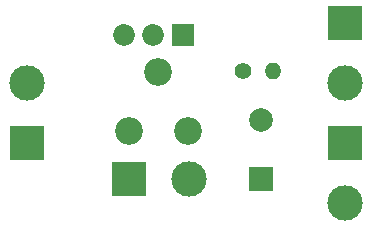
<source format=gbr>
G04 #@! TF.GenerationSoftware,KiCad,Pcbnew,(5.1.2)-2*
G04 #@! TF.CreationDate,2019-08-28T16:57:34+07:00*
G04 #@! TF.ProjectId,regulator_clock,72656775-6c61-4746-9f72-5f636c6f636b,rev?*
G04 #@! TF.SameCoordinates,Original*
G04 #@! TF.FileFunction,Copper,L1,Top*
G04 #@! TF.FilePolarity,Positive*
%FSLAX46Y46*%
G04 Gerber Fmt 4.6, Leading zero omitted, Abs format (unit mm)*
G04 Created by KiCad (PCBNEW (5.1.2)-2) date 2019-08-28 16:57:34*
%MOMM*%
%LPD*%
G04 APERTURE LIST*
%ADD10C,1.850000*%
%ADD11R,1.850000X1.850000*%
%ADD12R,3.000000X3.000000*%
%ADD13C,3.000000*%
%ADD14C,2.000000*%
%ADD15R,2.000000X2.000000*%
%ADD16O,1.400000X1.400000*%
%ADD17C,1.400000*%
%ADD18C,2.340000*%
G04 APERTURE END LIST*
D10*
X97108000Y-75184000D03*
X99608000Y-75184000D03*
D11*
X102108000Y-75184000D03*
D12*
X97536000Y-87376000D03*
D13*
X102616000Y-87376000D03*
D14*
X108712000Y-82376000D03*
D15*
X108712000Y-87376000D03*
D13*
X88900000Y-79248000D03*
D12*
X88900000Y-84328000D03*
D13*
X115824000Y-79248000D03*
D12*
X115824000Y-74168000D03*
X115824000Y-84328000D03*
D13*
X115824000Y-89408000D03*
D16*
X109728000Y-78232000D03*
D17*
X107188000Y-78232000D03*
D18*
X97536000Y-83312000D03*
X100036000Y-78312000D03*
X102536000Y-83312000D03*
M02*

</source>
